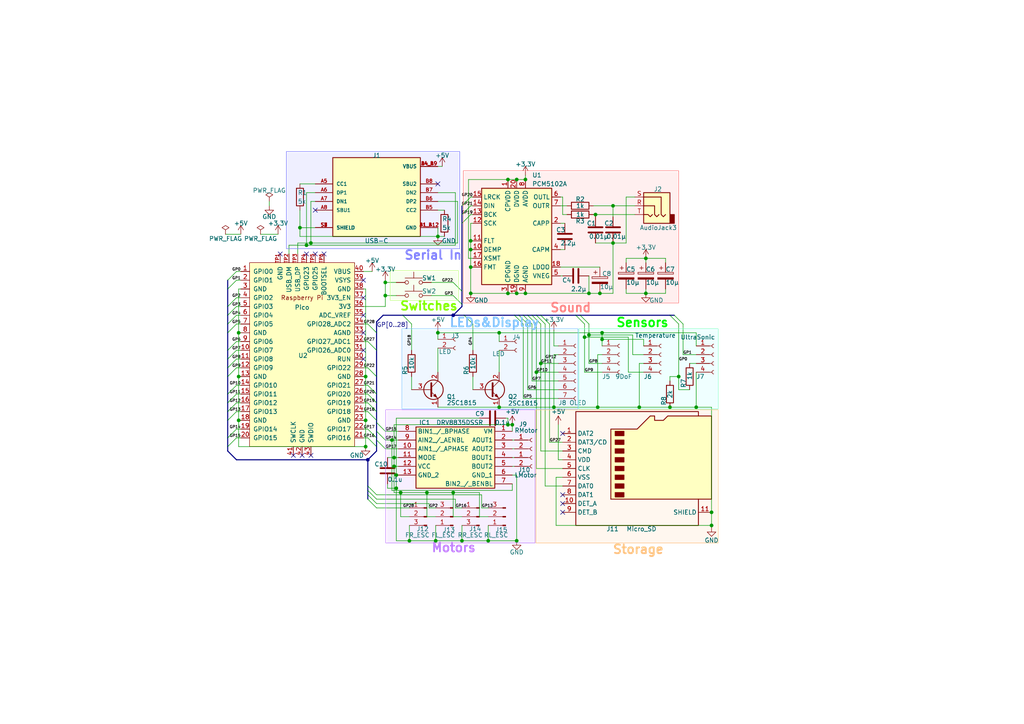
<source format=kicad_sch>
(kicad_sch (version 20230121) (generator eeschema)
  (paper "A4")
  (junction (at 114.935 141.605))
  (junction (at 136.525 85.09))
  (junction (at 173.355 118.11))
  (junction (at 106.045 121.92))
  (junction (at 152.4 85.09))
  (junction (at 86.995 66.04))
  (junction (at 114.935 137.795))
  (junction (at 187.325 74.93))
  (junction (at 69.215 96.52))
  (junction (at 147.32 123.19))
  (junction (at 123.825 142.875))
  (junction (at 127 96.52))
  (junction (at 111.76 81.915))
  (junction (at 116.205 142.875))
  (junction (at 187.325 85.09))
  (junction (at 206.375 152.4))
  (junction (at 118.745 156.845))
  (junction (at 69.215 121.92))
  (junction (at 127 68.58))
  (junction (at 149.86 85.09))
  (junction (at 206.375 148.59))
  (junction (at 69.215 109.22))
  (junction (at 149.86 52.07))
  (junction (at 111.76 85.725))
  (junction (at 126.365 156.845))
  (junction (at 90.17 70.485))
  (junction (at 152.4 52.07))
  (junction (at 141.605 156.845))
  (junction (at 131.445 91.44))
  (junction (at 173.99 85.09))
  (junction (at 114.3 135.255))
  (junction (at 136.525 72.39))
  (junction (at 106.045 129.54))
  (junction (at 144.78 96.52))
  (junction (at 174.625 98.425))
  (junction (at 149.86 156.845))
  (junction (at 106.045 109.22))
  (junction (at 155.575 107.95))
  (junction (at 147.32 85.09))
  (junction (at 177.8 70.485))
  (junction (at 201.93 118.11))
  (junction (at 136.525 77.47))
  (junction (at 136.525 69.85))
  (junction (at 196.85 109.22))
  (junction (at 177.8 59.69))
  (junction (at 131.445 142.875))
  (junction (at 148.59 123.19))
  (junction (at 133.985 156.845))
  (junction (at 172.72 62.23))
  (junction (at 113.665 127.635))
  (junction (at 194.31 118.11))
  (junction (at 169.545 97.79))
  (junction (at 144.78 118.11))
  (junction (at 147.32 52.07))
  (junction (at 170.815 97.155))
  (junction (at 170.815 85.09))
  (junction (at 106.68 133.35))
  (junction (at 160.655 118.11))
  (junction (at 156.845 105.41))
  (junction (at 114.3 132.715))
  (junction (at 88.9 71.12))
  (junction (at 185.42 118.11))
  (junction (at 174.625 96.52))
  (no_connect (at 88.9 73.66))
  (no_connect (at 163.195 125.73))
  (no_connect (at 105.41 96.52))
  (no_connect (at 93.98 73.66))
  (no_connect (at 105.41 81.28))
  (no_connect (at 81.28 73.66))
  (no_connect (at 105.41 101.6))
  (no_connect (at 163.195 143.51))
  (no_connect (at 87.63 132.08))
  (no_connect (at 91.44 60.96))
  (no_connect (at 90.17 132.08))
  (no_connect (at 91.44 73.66))
  (no_connect (at 163.195 146.05))
  (no_connect (at 85.09 132.08))
  (no_connect (at 163.195 148.59))
  (no_connect (at 127 53.34))
  (no_connect (at 105.41 104.14))
  (no_connect (at 105.41 91.44))
  (no_connect (at 105.41 86.36))
  (bus_entry (at 66.04 91.44) (size 2.54 -2.54))
  (bus_entry (at 133.985 64.77) (size 2.54 -2.54))
  (bus_entry (at 66.04 93.98) (size 2.54 -2.54))
  (bus_entry (at 109.22 127) (size -2.54 -2.54))
  (bus_entry (at 66.04 88.9) (size 2.54 -2.54))
  (bus_entry (at 159.385 93.98) (size -2.54 -2.54))
  (bus_entry (at 66.04 114.3) (size 2.54 -2.54))
  (bus_entry (at 109.22 116.84) (size -2.54 -2.54))
  (bus_entry (at 111.76 127.635) (size -2.54 -2.54))
  (bus_entry (at 153.035 93.98) (size -2.54 -2.54))
  (bus_entry (at 111.76 130.175) (size -2.54 -2.54))
  (bus_entry (at 151.765 93.98) (size -2.54 -2.54))
  (bus_entry (at 66.04 127) (size 2.54 -2.54))
  (bus_entry (at 158.115 93.98) (size -2.54 -2.54))
  (bus_entry (at 170.815 93.98) (size -2.54 -2.54))
  (bus_entry (at 133.985 59.69) (size 2.54 -2.54))
  (bus_entry (at 133.985 88.265) (size -2.54 -2.54))
  (bus_entry (at 109.22 96.52) (size -2.54 -2.54))
  (bus_entry (at 109.22 101.6) (size -2.54 -2.54))
  (bus_entry (at 109.22 147.32) (size -2.54 -2.54))
  (bus_entry (at 133.985 62.23) (size 2.54 -2.54))
  (bus_entry (at 109.22 109.22) (size -2.54 -2.54))
  (bus_entry (at 66.04 106.68) (size 2.54 -2.54))
  (bus_entry (at 66.04 116.84) (size 2.54 -2.54))
  (bus_entry (at 66.04 121.92) (size 2.54 -2.54))
  (bus_entry (at 66.04 83.82) (size 2.54 -2.54))
  (bus_entry (at 109.22 121.92) (size -2.54 -2.54))
  (bus_entry (at 109.22 119.38) (size -2.54 -2.54))
  (bus_entry (at 109.22 143.51) (size -2.54 -2.54))
  (bus_entry (at 198.12 93.98) (size -2.54 -2.54))
  (bus_entry (at 66.04 104.14) (size 2.54 -2.54))
  (bus_entry (at 196.85 93.98) (size -2.54 -2.54))
  (bus_entry (at 134.62 91.44) (size 2.54 2.54))
  (bus_entry (at 116.84 91.44) (size 2.54 2.54))
  (bus_entry (at 154.305 93.98) (size -2.54 -2.54))
  (bus_entry (at 66.04 129.54) (size 2.54 -2.54))
  (bus_entry (at 111.76 125.095) (size -2.54 -2.54))
  (bus_entry (at 66.04 119.38) (size 2.54 -2.54))
  (bus_entry (at 133.985 84.455) (size -2.54 -2.54))
  (bus_entry (at 156.845 93.98) (size -2.54 -2.54))
  (bus_entry (at 109.22 146.05) (size -2.54 -2.54))
  (bus_entry (at 66.04 101.6) (size 2.54 -2.54))
  (bus_entry (at 66.04 96.52) (size 2.54 -2.54))
  (bus_entry (at 66.04 81.28) (size 2.54 -2.54))
  (bus_entry (at 109.22 129.54) (size -2.54 -2.54))
  (bus_entry (at 155.575 93.98) (size -2.54 -2.54))
  (bus_entry (at 109.22 144.78) (size -2.54 -2.54))
  (bus_entry (at 169.545 93.98) (size -2.54 -2.54))
  (bus_entry (at 109.22 114.3) (size -2.54 -2.54))
  (bus_entry (at 66.04 109.22) (size 2.54 -2.54))
  (wire (pts (xy 69.215 83.82) (xy 69.215 96.52)))
  (bus (pts (xy 131.445 91.44) (xy 134.62 91.44)))
  (wire (pts (xy 68.58 104.14) (xy 69.85 104.14)))
  (wire (pts (xy 152.4 85.09) (xy 170.815 85.09)))
  (wire (pts (xy 118.745 152.4) (xy 118.745 156.845)))
  (wire (pts (xy 201.93 107.95) (xy 201.93 118.11)))
  (wire (pts (xy 170.815 85.09) (xy 173.99 85.09)))
  (wire (pts (xy 146.685 121.285) (xy 147.32 121.285)))
  (wire (pts (xy 69.215 129.54) (xy 106.045 129.54)))
  (wire (pts (xy 105.41 109.22) (xy 106.045 109.22)))
  (bus (pts (xy 167.005 91.44) (xy 168.275 91.44)))
  (bus (pts (xy 66.04 116.84) (xy 66.04 119.38)))
  (wire (pts (xy 183.515 97.155) (xy 170.815 97.155)))
  (wire (pts (xy 91.44 58.42) (xy 90.17 58.42)))
  (wire (pts (xy 136.525 72.39) (xy 137.16 72.39)))
  (wire (pts (xy 105.41 106.68) (xy 106.68 106.68)))
  (wire (pts (xy 139.065 149.86) (xy 141.605 149.86)))
  (wire (pts (xy 86.36 70.485) (xy 90.17 70.485)))
  (wire (pts (xy 131.445 142.875) (xy 139.065 142.875)))
  (bus (pts (xy 133.985 88.265) (xy 133.985 88.9)))
  (bus (pts (xy 66.04 109.22) (xy 66.04 114.3)))
  (wire (pts (xy 186.69 100.33) (xy 186.69 98.425)))
  (wire (pts (xy 136.525 69.85) (xy 137.16 69.85)))
  (wire (pts (xy 109.22 144.78) (xy 132.08 144.78)))
  (wire (pts (xy 112.395 141.605) (xy 114.935 141.605)))
  (wire (pts (xy 106.045 83.82) (xy 106.045 109.22)))
  (wire (pts (xy 139.7 143.51) (xy 139.7 147.32)))
  (wire (pts (xy 148.59 130.175) (xy 149.225 130.175)))
  (wire (pts (xy 68.58 116.84) (xy 69.85 116.84)))
  (wire (pts (xy 83.82 71.12) (xy 83.82 73.66)))
  (wire (pts (xy 127 100.965) (xy 127 107.95)))
  (wire (pts (xy 148.59 132.715) (xy 149.225 132.715)))
  (wire (pts (xy 114.935 121.285) (xy 139.065 121.285)))
  (wire (pts (xy 105.41 124.46) (xy 106.68 124.46)))
  (wire (pts (xy 151.765 93.98) (xy 151.765 115.57)))
  (wire (pts (xy 127 68.58) (xy 86.995 68.58)))
  (bus (pts (xy 66.04 114.3) (xy 66.04 116.84)))
  (bus (pts (xy 66.04 106.68) (xy 66.04 109.22)))
  (wire (pts (xy 111.76 125.095) (xy 115.57 125.095)))
  (wire (pts (xy 182.245 107.95) (xy 182.245 97.79)))
  (bus (pts (xy 106.68 140.97) (xy 106.68 142.24)))
  (wire (pts (xy 69.215 109.22) (xy 69.215 121.92)))
  (bus (pts (xy 111.125 91.44) (xy 116.84 91.44)))
  (wire (pts (xy 148.59 135.255) (xy 149.225 135.255)))
  (wire (pts (xy 173.99 85.09) (xy 177.8 85.09)))
  (wire (pts (xy 194.31 109.22) (xy 196.85 109.22)))
  (wire (pts (xy 136.525 62.23) (xy 137.16 62.23)))
  (wire (pts (xy 127 118.11) (xy 144.78 118.11)))
  (bus (pts (xy 109.22 93.345) (xy 109.22 96.52)))
  (bus (pts (xy 66.04 129.54) (xy 66.04 130.81)))
  (wire (pts (xy 111.76 127.635) (xy 113.665 127.635)))
  (wire (pts (xy 136.525 64.77) (xy 137.16 64.77)))
  (wire (pts (xy 187.325 85.09) (xy 193.04 85.09)))
  (wire (pts (xy 118.745 156.845) (xy 126.365 156.845)))
  (wire (pts (xy 119.38 93.98) (xy 119.38 101.6)))
  (bus (pts (xy 109.22 130.81) (xy 109.22 129.54)))
  (wire (pts (xy 68.58 114.3) (xy 69.85 114.3)))
  (wire (pts (xy 75.565 67.945) (xy 80.645 67.945)))
  (wire (pts (xy 88.9 71.12) (xy 83.82 71.12)))
  (wire (pts (xy 105.41 121.92) (xy 106.045 121.92)))
  (wire (pts (xy 116.205 149.86) (xy 118.745 149.86)))
  (wire (pts (xy 132.715 70.485) (xy 132.715 58.42)))
  (wire (pts (xy 105.41 119.38) (xy 106.68 119.38)))
  (wire (pts (xy 114.3 135.255) (xy 115.57 135.255)))
  (wire (pts (xy 206.375 118.11) (xy 206.375 148.59)))
  (wire (pts (xy 185.42 118.11) (xy 194.31 118.11)))
  (bus (pts (xy 68.58 133.35) (xy 106.68 133.35)))
  (bus (pts (xy 109.22 119.38) (xy 109.22 121.92)))
  (wire (pts (xy 127 96.52) (xy 144.78 96.52)))
  (bus (pts (xy 66.04 83.82) (xy 66.04 88.9)))
  (wire (pts (xy 172.085 59.69) (xy 177.8 59.69)))
  (wire (pts (xy 111.76 85.725) (xy 114.935 85.725)))
  (wire (pts (xy 91.44 55.88) (xy 88.9 55.88)))
  (bus (pts (xy 133.985 59.69) (xy 133.985 62.23)))
  (wire (pts (xy 136.525 57.15) (xy 137.16 57.15)))
  (bus (pts (xy 66.04 93.98) (xy 66.04 96.52)))
  (wire (pts (xy 136.525 59.69) (xy 137.16 59.69)))
  (wire (pts (xy 136.525 64.77) (xy 136.525 69.85)))
  (bus (pts (xy 106.68 133.35) (xy 109.22 130.81)))
  (wire (pts (xy 169.545 93.98) (xy 169.545 97.79)))
  (wire (pts (xy 114.3 123.19) (xy 147.32 123.19)))
  (wire (pts (xy 170.815 93.98) (xy 170.815 97.155)))
  (bus (pts (xy 153.035 91.44) (xy 154.305 91.44)))
  (wire (pts (xy 169.545 97.79) (xy 169.545 107.95)))
  (wire (pts (xy 136.525 77.47) (xy 137.16 77.47)))
  (wire (pts (xy 163.195 62.23) (xy 164.465 62.23)))
  (bus (pts (xy 66.04 96.52) (xy 66.04 101.6)))
  (wire (pts (xy 111.76 81.915) (xy 111.76 81.28)))
  (bus (pts (xy 109.22 93.345) (xy 111.125 91.44)))
  (wire (pts (xy 105.41 111.76) (xy 106.68 111.76)))
  (wire (pts (xy 68.58 127) (xy 69.85 127)))
  (wire (pts (xy 148.59 127.635) (xy 149.225 127.635)))
  (wire (pts (xy 155.575 93.98) (xy 155.575 107.95)))
  (wire (pts (xy 106.045 109.22) (xy 106.045 121.92)))
  (wire (pts (xy 111.76 88.9) (xy 111.76 85.725)))
  (wire (pts (xy 193.04 76.2) (xy 193.04 74.93)))
  (wire (pts (xy 144.78 99.06) (xy 144.78 96.52)))
  (wire (pts (xy 105.41 78.74) (xy 107.95 78.74)))
  (wire (pts (xy 161.925 115.57) (xy 151.765 115.57)))
  (wire (pts (xy 127 66.04) (xy 127 68.58)))
  (wire (pts (xy 127 55.88) (xy 132.08 55.88)))
  (bus (pts (xy 109.22 101.6) (xy 109.22 109.22)))
  (bus (pts (xy 133.985 88.9) (xy 131.445 91.44)))
  (wire (pts (xy 69.215 121.92) (xy 69.215 129.54)))
  (wire (pts (xy 133.985 156.845) (xy 141.605 156.845)))
  (wire (pts (xy 206.375 152.4) (xy 206.375 153.035)))
  (bus (pts (xy 66.04 119.38) (xy 66.04 121.92)))
  (wire (pts (xy 161.29 138.43) (xy 163.195 138.43)))
  (wire (pts (xy 162.56 57.15) (xy 163.195 57.15)))
  (wire (pts (xy 114.935 137.795) (xy 114.935 121.285)))
  (wire (pts (xy 181.61 57.15) (xy 181.61 70.485)))
  (bus (pts (xy 106.68 133.35) (xy 106.68 140.97)))
  (bus (pts (xy 109.22 121.92) (xy 109.22 122.555)))
  (wire (pts (xy 113.665 142.24) (xy 148.59 142.24)))
  (wire (pts (xy 109.22 143.51) (xy 139.7 143.51)))
  (wire (pts (xy 86.995 53.34) (xy 91.44 53.34)))
  (wire (pts (xy 201.93 118.11) (xy 194.31 118.11)))
  (wire (pts (xy 201.93 118.11) (xy 206.375 118.11)))
  (wire (pts (xy 68.58 93.98) (xy 69.85 93.98)))
  (wire (pts (xy 152.4 50.8) (xy 152.4 52.07)))
  (wire (pts (xy 181.61 74.93) (xy 187.325 74.93)))
  (bus (pts (xy 133.985 64.77) (xy 133.985 84.455)))
  (wire (pts (xy 161.29 138.43) (xy 161.29 152.4)))
  (wire (pts (xy 198.12 102.87) (xy 201.93 102.87)))
  (wire (pts (xy 173.355 102.87) (xy 174.625 102.87)))
  (wire (pts (xy 174.625 96.52) (xy 201.93 96.52)))
  (wire (pts (xy 187.325 83.82) (xy 187.325 85.09)))
  (wire (pts (xy 135.89 52.07) (xy 147.32 52.07)))
  (wire (pts (xy 126.365 149.86) (xy 123.825 149.86)))
  (wire (pts (xy 206.375 148.59) (xy 206.375 152.4)))
  (bus (pts (xy 109.22 119.38) (xy 109.22 116.84)))
  (wire (pts (xy 172.72 62.23) (xy 172.72 62.865)))
  (wire (pts (xy 177.8 59.69) (xy 177.8 62.865)))
  (wire (pts (xy 177.8 70.485) (xy 181.61 70.485)))
  (bus (pts (xy 194.31 91.44) (xy 195.58 91.44)))
  (bus (pts (xy 109.22 114.3) (xy 109.22 116.84)))
  (wire (pts (xy 114.935 137.795) (xy 114.935 141.605)))
  (wire (pts (xy 68.58 119.38) (xy 69.85 119.38)))
  (wire (pts (xy 132.08 71.12) (xy 88.9 71.12)))
  (wire (pts (xy 154.305 93.98) (xy 154.305 110.49)))
  (wire (pts (xy 170.815 80.01) (xy 170.815 85.09)))
  (wire (pts (xy 127 68.58) (xy 128.905 68.58)))
  (wire (pts (xy 90.17 70.485) (xy 132.715 70.485)))
  (wire (pts (xy 131.445 149.86) (xy 131.445 142.875)))
  (wire (pts (xy 186.69 105.41) (xy 185.42 105.41)))
  (bus (pts (xy 66.04 130.81) (xy 68.58 133.35)))
  (bus (pts (xy 154.305 91.44) (xy 155.575 91.44)))
  (bus (pts (xy 109.22 109.22) (xy 109.22 114.3)))
  (wire (pts (xy 196.85 93.98) (xy 196.85 109.22)))
  (bus (pts (xy 151.765 91.44) (xy 153.035 91.44)))
  (wire (pts (xy 114.935 141.605) (xy 114.935 156.845)))
  (bus (pts (xy 109.22 127.635) (xy 109.22 129.54)))
  (wire (pts (xy 181.61 57.15) (xy 184.15 57.15)))
  (wire (pts (xy 181.61 83.82) (xy 181.61 85.09)))
  (wire (pts (xy 116.205 142.875) (xy 116.205 149.86)))
  (wire (pts (xy 112.395 132.715) (xy 114.3 132.715)))
  (wire (pts (xy 147.32 121.285) (xy 147.32 123.19)))
  (wire (pts (xy 163.195 130.81) (xy 156.845 130.81)))
  (wire (pts (xy 148.59 123.19) (xy 148.59 125.095)))
  (wire (pts (xy 155.575 107.95) (xy 161.925 107.95)))
  (wire (pts (xy 163.195 133.35) (xy 161.925 133.35)))
  (bus (pts (xy 106.68 142.24) (xy 106.68 143.51)))
  (wire (pts (xy 187.325 74.93) (xy 193.04 74.93)))
  (wire (pts (xy 187.325 74.93) (xy 187.325 76.2)))
  (wire (pts (xy 181.61 85.09) (xy 187.325 85.09)))
  (wire (pts (xy 68.58 111.76) (xy 69.85 111.76)))
  (wire (pts (xy 106.045 121.92) (xy 106.045 129.54)))
  (wire (pts (xy 149.86 85.09) (xy 152.4 85.09)))
  (wire (pts (xy 149.86 52.07) (xy 152.4 52.07)))
  (bus (pts (xy 156.845 91.44) (xy 167.005 91.44)))
  (wire (pts (xy 162.56 64.77) (xy 163.83 64.77)))
  (wire (pts (xy 109.22 146.05) (xy 124.46 146.05)))
  (bus (pts (xy 155.575 91.44) (xy 156.845 91.44)))
  (wire (pts (xy 124.46 146.05) (xy 124.46 147.32)))
  (wire (pts (xy 136.525 72.39) (xy 136.525 77.47)))
  (wire (pts (xy 148.59 137.795) (xy 149.86 137.795)))
  (bus (pts (xy 149.225 91.44) (xy 150.495 91.44)))
  (wire (pts (xy 170.815 97.155) (xy 170.815 105.41)))
  (wire (pts (xy 114.935 81.915) (xy 111.76 81.915)))
  (bus (pts (xy 66.04 104.14) (xy 66.04 106.68)))
  (bus (pts (xy 66.04 81.28) (xy 66.04 83.82)))
  (wire (pts (xy 127 48.26) (xy 128.27 48.26)))
  (wire (pts (xy 124.46 147.32) (xy 126.365 147.32)))
  (wire (pts (xy 126.365 152.4) (xy 126.365 156.845)))
  (bus (pts (xy 109.22 127) (xy 109.22 127.635)))
  (wire (pts (xy 182.245 107.95) (xy 186.69 107.95)))
  (wire (pts (xy 86.995 60.96) (xy 86.995 66.04)))
  (wire (pts (xy 163.195 57.15) (xy 163.195 62.23)))
  (wire (pts (xy 141.605 156.845) (xy 149.86 156.845)))
  (wire (pts (xy 159.385 93.98) (xy 159.385 128.27)))
  (wire (pts (xy 172.72 70.485) (xy 177.8 70.485)))
  (wire (pts (xy 114.3 132.715) (xy 115.57 132.715)))
  (wire (pts (xy 69.215 109.22) (xy 69.85 109.22)))
  (wire (pts (xy 133.985 149.86) (xy 131.445 149.86)))
  (wire (pts (xy 162.56 72.39) (xy 163.83 72.39)))
  (wire (pts (xy 162.56 59.69) (xy 164.465 59.69)))
  (wire (pts (xy 147.32 52.07) (xy 149.86 52.07)))
  (wire (pts (xy 170.815 105.41) (xy 174.625 105.41)))
  (wire (pts (xy 68.58 124.46) (xy 69.85 124.46)))
  (wire (pts (xy 65.405 67.945) (xy 69.85 67.945)))
  (wire (pts (xy 113.665 127.635) (xy 115.57 127.635)))
  (wire (pts (xy 147.32 123.19) (xy 148.59 123.19)))
  (wire (pts (xy 125.095 85.725) (xy 131.445 85.725)))
  (wire (pts (xy 163.195 140.97) (xy 158.115 140.97)))
  (wire (pts (xy 113.665 127.635) (xy 113.665 142.24)))
  (wire (pts (xy 68.58 81.28) (xy 69.85 81.28)))
  (wire (pts (xy 136.525 77.47) (xy 136.525 85.09)))
  (wire (pts (xy 160.655 118.11) (xy 173.355 118.11)))
  (wire (pts (xy 162.56 77.47) (xy 173.99 77.47)))
  (wire (pts (xy 177.8 59.69) (xy 184.15 59.69)))
  (bus (pts (xy 66.04 127) (xy 66.04 129.54)))
  (wire (pts (xy 118.745 147.32) (xy 109.22 147.32)))
  (wire (pts (xy 201.93 96.52) (xy 201.93 100.33)))
  (wire (pts (xy 194.31 110.49) (xy 194.31 109.22)))
  (wire (pts (xy 123.825 149.86) (xy 123.825 142.875)))
  (wire (pts (xy 69.215 96.52) (xy 69.215 109.22)))
  (bus (pts (xy 150.495 91.44) (xy 151.765 91.44)))
  (wire (pts (xy 137.16 74.93) (xy 135.89 74.93)))
  (wire (pts (xy 119.38 109.22) (xy 119.38 113.03)))
  (wire (pts (xy 68.58 78.74) (xy 69.85 78.74)))
  (wire (pts (xy 88.9 55.88) (xy 88.9 71.12)))
  (wire (pts (xy 183.515 102.87) (xy 183.515 97.155)))
  (wire (pts (xy 111.76 85.725) (xy 111.76 81.915)))
  (wire (pts (xy 181.61 76.2) (xy 181.61 74.93)))
  (wire (pts (xy 105.41 114.3) (xy 106.68 114.3)))
  (wire (pts (xy 132.08 55.88) (xy 132.08 71.12)))
  (wire (pts (xy 86.995 68.58) (xy 86.995 66.04)))
  (wire (pts (xy 135.89 74.93) (xy 135.89 52.07)))
  (wire (pts (xy 137.16 109.22) (xy 137.16 113.03)))
  (wire (pts (xy 161.925 100.33) (xy 160.655 100.33)))
  (wire (pts (xy 185.42 105.41) (xy 185.42 118.11)))
  (wire (pts (xy 139.7 147.32) (xy 141.605 147.32)))
  (wire (pts (xy 174.625 100.33) (xy 174.625 98.425)))
  (wire (pts (xy 169.545 107.95) (xy 174.625 107.95)))
  (bus (pts (xy 109.22 122.555) (xy 109.22 125.095)))
  (wire (pts (xy 172.085 62.23) (xy 172.72 62.23)))
  (wire (pts (xy 149.86 137.795) (xy 149.86 156.845)))
  (wire (pts (xy 69.215 96.52) (xy 69.85 96.52)))
  (wire (pts (xy 127 95.885) (xy 127 96.52)))
  (wire (pts (xy 161.925 102.87) (xy 160.655 102.87)))
  (wire (pts (xy 112.395 140.335) (xy 112.395 141.605)))
  (wire (pts (xy 105.41 83.82) (xy 106.045 83.82)))
  (wire (pts (xy 133.985 152.4) (xy 133.985 156.845)))
  (bus (pts (xy 106.68 143.51) (xy 106.68 144.78)))
  (wire (pts (xy 86.995 66.04) (xy 91.44 66.04)))
  (wire (pts (xy 68.58 101.6) (xy 69.85 101.6)))
  (wire (pts (xy 159.385 128.27) (xy 163.195 128.27)))
  (wire (pts (xy 144.78 101.6) (xy 144.78 107.95)))
  (bus (pts (xy 134.62 91.44) (xy 149.225 91.44)))
  (wire (pts (xy 114.3 123.19) (xy 114.3 132.715)))
  (wire (pts (xy 114.3 132.715) (xy 114.3 135.255)))
  (bus (pts (xy 109.22 96.52) (xy 109.22 101.6)))
  (wire (pts (xy 158.115 93.98) (xy 158.115 140.97)))
  (wire (pts (xy 186.69 98.425) (xy 174.625 98.425)))
  (wire (pts (xy 111.76 130.175) (xy 115.57 130.175)))
  (wire (pts (xy 156.845 105.41) (xy 161.925 105.41)))
  (wire (pts (xy 127 96.52) (xy 127 98.425)))
  (wire (pts (xy 200.025 105.41) (xy 201.93 105.41)))
  (wire (pts (xy 156.845 105.41) (xy 156.845 130.81)))
  (wire (pts (xy 132.08 144.78) (xy 132.08 147.32)))
  (wire (pts (xy 68.58 91.44) (xy 69.85 91.44)))
  (wire (pts (xy 68.58 99.06) (xy 69.85 99.06)))
  (wire (pts (xy 127 60.96) (xy 128.905 60.96)))
  (wire (pts (xy 155.575 107.95) (xy 155.575 135.89)))
  (wire (pts (xy 105.41 88.9) (xy 111.76 88.9)))
  (wire (pts (xy 126.365 156.845) (xy 133.985 156.845)))
  (wire (pts (xy 105.41 93.98) (xy 106.68 93.98)))
  (bus (pts (xy 133.985 84.455) (xy 133.985 88.265)))
  (wire (pts (xy 90.17 58.42) (xy 90.17 70.485)))
  (wire (pts (xy 86.36 73.66) (xy 86.36 70.485)))
  (wire (pts (xy 115.57 137.795) (xy 114.935 137.795)))
  (wire (pts (xy 105.41 99.06) (xy 106.68 99.06)))
  (bus (pts (xy 66.04 101.6) (xy 66.04 104.14)))
  (bus (pts (xy 109.22 125.095) (xy 109.22 127)))
  (bus (pts (xy 168.275 91.44) (xy 194.31 91.44)))
  (wire (pts (xy 161.29 152.4) (xy 206.375 152.4)))
  (wire (pts (xy 200.025 113.03) (xy 196.85 113.03)))
  (wire (pts (xy 105.41 127) (xy 106.68 127)))
  (wire (pts (xy 144.78 118.11) (xy 160.655 118.11)))
  (wire (pts (xy 169.545 97.79) (xy 182.245 97.79)))
  (wire (pts (xy 153.035 113.03) (xy 161.925 113.03)))
  (wire (pts (xy 105.41 116.84) (xy 106.68 116.84)))
  (wire (pts (xy 114.935 156.845) (xy 118.745 156.845)))
  (wire (pts (xy 136.525 69.85) (xy 136.525 72.39)))
  (wire (pts (xy 116.205 142.875) (xy 123.825 142.875)))
  (wire (pts (xy 148.59 140.335) (xy 148.59 142.24)))
  (bus (pts (xy 133.985 62.23) (xy 133.985 64.77)))
  (wire (pts (xy 160.655 95.885) (xy 160.655 100.33)))
  (wire (pts (xy 196.85 109.22) (xy 196.85 113.03)))
  (wire (pts (xy 147.32 85.09) (xy 149.86 85.09)))
  (wire (pts (xy 68.58 106.68) (xy 69.85 106.68)))
  (wire (pts (xy 139.065 142.875) (xy 139.065 149.86)))
  (wire (pts (xy 163.195 135.89) (xy 155.575 135.89)))
  (wire (pts (xy 125.095 81.915) (xy 131.445 81.915)))
  (wire (pts (xy 153.035 93.98) (xy 153.035 113.03)))
  (wire (pts (xy 174.625 96.52) (xy 174.625 98.425)))
  (wire (pts (xy 114.3 142.875) (xy 116.205 142.875)))
  (wire (pts (xy 132.08 147.32) (xy 133.985 147.32)))
  (wire (pts (xy 186.69 102.87) (xy 183.515 102.87)))
  (wire (pts (xy 156.845 93.98) (xy 156.845 105.41)))
  (wire (pts (xy 69.215 121.92) (xy 69.85 121.92)))
  (wire (pts (xy 141.605 152.4) (xy 141.605 156.845)))
  (wire (pts (xy 193.04 83.82) (xy 193.04 85.09)))
  (wire (pts (xy 161.925 123.19) (xy 161.925 133.35)))
  (bus (pts (xy 66.04 91.44) (xy 66.04 93.98)))
  (wire (pts (xy 198.12 93.98) (xy 198.12 102.87)))
  (wire (pts (xy 177.8 70.485) (xy 177.8 85.09)))
  (bus (pts (xy 66.04 88.9) (xy 66.04 91.44)))
  (wire (pts (xy 114.3 135.255) (xy 114.3 142.875)))
  (wire (pts (xy 78.105 58.42) (xy 78.105 59.69)))
  (bus (pts (xy 66.04 121.92) (xy 66.04 127)))
  (wire (pts (xy 68.58 86.36) (xy 69.85 86.36)))
  (wire (pts (xy 144.78 96.52) (xy 174.625 96.52)))
  (wire (pts (xy 172.72 62.23) (xy 184.15 62.23)))
  (wire (pts (xy 123.825 142.875) (xy 131.445 142.875)))
  (wire (pts (xy 173.355 102.87) (xy 173.355 118.11)))
  (wire (pts (xy 69.85 83.82) (xy 69.215 83.82)))
  (wire (pts (xy 154.305 110.49) (xy 161.925 110.49)))
  (bus (pts (xy 116.84 91.44) (xy 131.445 91.44)))
  (wire (pts (xy 137.16 93.98) (xy 137.16 101.6)))
  (wire (pts (xy 162.56 80.01) (xy 163.195 80.01)))
  (wire (pts (xy 132.715 58.42) (xy 127 58.42)))
  (wire (pts (xy 173.355 118.11) (xy 185.42 118.11)))
  (wire (pts (xy 160.655 102.87) (xy 160.655 118.11)))
  (wire (pts (xy 136.525 85.09) (xy 147.32 85.09)))
  (wire (pts (xy 68.58 88.9) (xy 69.85 88.9)))
  (rectangle (start 113.157 78.486) (end 132.969 87.122) (stroke (width 0) (color 191 255 127 1)) (fill (type color) (color 247 255 239 1)))
  (rectangle (start 167.894 95.377) (end 208.28 118.618) (stroke (width 0) (color 127 255 191 1)) (fill (type color) (color 239 255 255 1)))
  (rectangle (start 111.887 118.872) (end 155.194 157.48) (stroke (width 0) (color 191 127 255 1)) (fill (type color) (color 247 239 255 1)))
  (rectangle (start 134.366 49.53) (end 196.85 87.884) (stroke (width 0) (color 255 127 127 1)) (fill (type color) (color 255 239 239 1)))
  (rectangle (start 116.586 95.377) (end 167.64 118.618) (stroke (width 0) (color 127 191 255 1)) (fill (type color) (color 239 247 255 1)))
  (rectangle (start 155.448 118.872) (end 208.28 157.48) (stroke (width 0) (color 255 191 127 1)) (fill (type color) (color 255 247 239 1)))
  (rectangle (start 83.058 43.942) (end 133.35 72.136) (stroke (width 0) (color 127 127 255 1)) (fill (type color) (color 239 239 255 1)))
  (text "Sensors\n" (at 178.562 95.25 0) (effects (font (size 2.54 2.54) (thickness 0.508) bold) (justify left bottom)))
  (text "LEDs&Display" (at 130.175 95.25 0) (effects (font (size 2.54 2.54) (thickness 0.508) bold) (justify left bottom)))
  (text "Serial In" (at 117.094 75.692 0) (effects (font (size 2.54 2.54) (thickness 0.508) bold) (justify left bottom)))
  (text "Switches" (at 115.824 90.424 0) (effects (font (size 2.54 2.54) (thickness 0.508) bold) (justify left bottom)))
  (text "Motors" (at 124.968 160.528 0) (effects (font (size 2.54 2.54) (thickness 0.508) bold) (justify left bottom)))
  (text "Sound" (at 159.385 90.932 0) (effects (font (size 2.54 2.54) (thickness 0.508) bold) (justify left bottom)))
  (text "Storage" (at 177.546 161.036 0) (effects (font (size 2.54 2.54) (thickness 0.508) bold) (justify left bottom)))
  (label "GP8" (at 170.815 105.41 0) (effects (font (size 0.8 0.8))))
  (label "GP1" (at 69.85 81.28 180) (effects (font (size 0.8 0.8))))
  (label "GP15" (at 111.76 125.095 0) (effects (font (size 0.8 0.8))))
  (label "GP1" (at 198.12 102.87 0) (effects (font (size 0.8 0.8))))
  (label "GP20" (at 137.16 57.15 180) (effects (font (size 0.8 0.8))))
  (label "GP27" (at 105.41 99.06 0) (effects (font (size 0.8 0.8))))
  (label "GP14" (at 111.76 127.635 0) (effects (font (size 0.8 0.8))))
  (label "GP18" (at 119.38 100.33 90) (effects (font (size 0.8 0.8))))
  (label "GP10" (at 69.85 111.76 180) (effects (font (size 0.8 0.8))))
  (label "GP12" (at 158.115 104.14 0) (effects (font (size 0.8 0.8))))
  (label "GP20" (at 105.41 114.3 0) (effects (font (size 0.8 0.8))))
  (label "GP0" (at 196.85 104.775 0) (effects (font (size 0.8 0.8))))
  (label "GP22" (at 131.445 81.915 180) (effects (font (size 0.8 0.8))))
  (label "GP27" (at 159.385 128.27 0) (effects (font (size 0.8 0.8))))
  (label "GP5" (at 151.765 115.57 0) (effects (font (size 0.8 0.8))))
  (label "GP2" (at 124.46 147.32 0) (effects (font (size 0.8 0.8))))
  (label "GP0" (at 69.85 78.74 180) (effects (font (size 0.8 0.8))))
  (label "GP7" (at 154.305 110.49 0) (effects (font (size 0.8 0.8))))
  (label "GP7" (at 69.85 101.6 180) (effects (font (size 0.8 0.8))))
  (label "GP16" (at 105.41 127 0) (effects (font (size 0.8 0.8))))
  (label "GP4" (at 137.16 100.203 90) (effects (font (size 0.8 0.8))))
  (label "GP10" (at 155.575 107.95 0) (effects (font (size 0.8 0.8))))
  (label "GP8" (at 69.85 104.14 180) (effects (font (size 0.8 0.8))))
  (label "GP13" (at 69.85 119.38 180) (effects (font (size 0.8 0.8))))
  (label "GP3" (at 131.445 85.725 180) (effects (font (size 0.8 0.8))))
  (label "GP9" (at 169.545 107.95 0) (effects (font (size 0.8 0.8))))
  (label "GP[0..28]" (at 109.22 95.25 0))
  (label "GP12" (at 69.85 116.84 180) (effects (font (size 0.8 0.8))))
  (label "GP14" (at 69.85 124.46 180) (effects (font (size 0.8 0.8))))
  (label "GP21" (at 137.16 59.69 180) (effects (font (size 0.8 0.8))))
  (label "GP19" (at 137.16 62.23 180) (effects (font (size 0.8 0.8))))
  (label "GP4" (at 69.85 91.44 180) (effects (font (size 0.8 0.8))))
  (label "GP22" (at 105.41 106.68 0) (effects (font (size 0.8 0.8))))
  (label "GP28" (at 105.41 93.98 0) (effects (font (size 0.8 0.8))))
  (label "GP21" (at 105.41 111.76 0) (effects (font (size 0.8 0.8))))
  (label "GP5" (at 69.85 93.98 180) (effects (font (size 0.8 0.8))))
  (label "GP17" (at 111.76 130.175 0) (effects (font (size 0.8 0.8))))
  (label "GP9" (at 69.85 106.68 180) (effects (font (size 0.8 0.8))))
  (label "GP15" (at 69.85 127 180) (effects (font (size 0.8 0.8))))
  (label "GP19" (at 105.41 116.84 0) (effects (font (size 0.8 0.8))))
  (label "GP11" (at 156.845 105.41 0) (effects (font (size 0.8 0.8))))
  (label "GP2" (at 69.85 86.36 180) (effects (font (size 0.8 0.8))))
  (label "GP16" (at 132.08 147.32 0) (effects (font (size 0.8 0.8))))
  (label "GP17" (at 105.41 124.46 0) (effects (font (size 0.8 0.8))))
  (label "GP11" (at 69.85 114.3 180) (effects (font (size 0.8 0.8))))
  (label "GP13" (at 139.7 147.32 0) (effects (font (size 0.8 0.8))))
  (label "GP18" (at 105.41 119.38 0) (effects (font (size 0.8 0.8))))
  (label "GP28" (at 116.84 147.32 0) (effects (font (size 0.8 0.8))))
  (label "GP3" (at 69.85 88.9 180) (effects (font (size 0.8 0.8))))
  (label "GP6" (at 153.035 113.03 0) (effects (font (size 0.8 0.8))))
  (label "GP6" (at 69.85 99.06 180) (effects (font (size 0.8 0.8))))
  (symbol (lib_id "Device:C_Polarized") (at 173.99 81.28 0) (unit 1)
    (property "Reference" "C8" (at 174.625 79.375 0) (effects (justify left)))
    (property "Value" "10µ" (at 173.99 83.185 0) (effects (justify left)))
    (property "Footprint" "Capacitor_SMD:CP_Elec_4x5.4" (effects hide))
  )
  (symbol (lib_id "power:+3.3V") (at 152.4 50.8 0) (unit 1)
    (property "Reference" "#PWR02" (effects hide))
    (property "Value" "+3.3V" (at 152.4 47.625 0))
  )
  (symbol (lib_id "Connector:Conn_01x03_Pin") (at 139.065 149.86 0) (mirror y) (unit 1)
    (property "Reference" "J14" (at 136.017 153.416 0) (effects (justify right)))
    (property "Value" "RR_ESC" (at 132.715 155.194 0) (effects (justify right)))
    (property "Footprint" "Connector_PinHeader_2.54mm:PinHeader_1x03_P2.54mm_Horizontal" (effects hide))
  )
  (symbol (lib_id "Connector:Conn_01x02_Socket") (at 154.305 127.635 0) (unit 1)
    (property "Reference" "J9" (at 150.495 123.063 0) (effects (justify left)))
    (property "Value" "RMotor" (at 149.225 124.841 0) (effects (justify left)))
    (property "Footprint" "Connector_PinSocket_2.54mm:PinSocket_1x02_P2.54mm_Vertical" (effects hide))
  )
  (symbol (lib_id "power:+5V") (at 148.59 123.19 0) (unit 1)
    (property "Reference" "#PWR014" (effects hide))
    (property "Value" "+5V" (at 148.59 119.38 0))
  )
  (symbol (lib_id "power:+3.3V") (at 160.655 95.885 0) (unit 1)
    (property "Reference" "#PWR013" (effects hide))
    (property "Value" "+3.3V" (at 160.655 92.71 0))
  )
  (symbol (lib_id "Device:C_Polarized") (at 181.61 80.01 0) (unit 1)
    (property "Reference" "C5" (at 181.61 78.105 0) (effects (justify left)))
    (property "Value" "10µ" (at 181.61 81.915 0) (effects (justify left)))
    (property "Footprint" "Capacitor_SMD:CP_Elec_4x5.4" (effects hide))
  )
  (symbol (lib_id "Device:R") (at 128.905 64.77 180) (unit 1)
    (property "Reference" "R4" (at 128.27 63.5 0) (effects (justify right)))
    (property "Value" "5k" (at 128.27 66.04 0) (effects (justify right)))
    (property "Footprint" "Resistor_SMD:R_0603_1608Metric" (effects hide))
  )
  (symbol (lib_id "Connector:Conn_01x02_Socket") (at 154.305 132.715 0) (unit 1)
    (property "Reference" "J10" (at 150.241 136.271 0) (effects (justify left)))
    (property "Value" "LMotor" (at 149.225 137.795 0) (effects (justify left)))
    (property "Footprint" "Connector_PinSocket_2.54mm:PinSocket_1x02_P2.54mm_Vertical" (effects hide))
  )
  (symbol (lib_id "power:+5V") (at 128.27 48.26 0) (unit 1)
    (property "Reference" "#PWR01" (effects hide))
    (property "Value" "+5V" (at 128.27 45.085 0))
  )
  (symbol (lib_id "power:GND") (at 136.525 85.09 0) (unit 1)
    (property "Reference" "#PWR010" (effects hide))
    (property "Value" "GND" (at 139.573 87.122 0))
  )
  (symbol (lib_id "Transistor_BJT:2SC1815") (at 124.46 113.03 0) (unit 1)
    (property "Reference" "Q1" (at 129.54 115.062 0) (effects (justify left)))
    (property "Value" "2SC1815" (at 129.54 116.84 0) (effects (justify left)))
    (property "Footprint" "Package_TO_SOT_SMD:SC-59" (effects hide))
    (property "Datasheet" "https://media.digikey.com/pdf/Data%20Sheets/Toshiba%20PDFs/2SC1815.pdf" (effects hide))
  )
  (symbol (lib_id "power:+3.3V") (at 187.325 74.93 0) (unit 1)
    (property "Reference" "#PWR07" (effects hide))
    (property "Value" "+3.3V" (at 187.325 71.755 0))
  )
  (symbol (lib_id "Device:R") (at 200.025 109.22 0) (unit 1)
    (property "Reference" "R7" (at 198.247 112.522 90) (effects (justify left)))
    (property "Value" "1k" (at 200.025 110.236 90) (effects (justify left)))
    (property "Footprint" "Resistor_SMD:R_0603_1608Metric" (effects hide))
  )
  (symbol (lib_id "Connector:Conn_01x04_Socket") (at 191.77 102.87 0) (unit 1)
    (property "Reference" "J6" (at 186.69 109.22 0) (effects (justify left)))
    (property "Value" "Temperature" (at 184.15 97.282 0) (effects (justify left)))
    (property "Footprint" "Connector_PinSocket_2.54mm:PinSocket_1x04_P2.54mm_Vertical" (effects hide))
  )
  (symbol (lib_id "Audio:PCM5102A") (at 149.86 67.31 0) (unit 1)
    (property "Reference" "U1" (at 154.3559 50.8 0) (effects (justify left)))
    (property "Value" "PCM5102A" (at 154.3559 53.34 0) (effects (justify left)))
    (property "Footprint" "Package_SO:TSSOP-20_4.4x6.5mm_P0.65mm" (effects hide))
    (property "Datasheet" "https://www.ti.com/lit/ds/symlink/pcm5102a.pdf" (effects hide))
  )
  (symbol (lib_id "DRV8835DSSR:DRV8835DSSR") (at 148.59 125.095 0) (mirror y) (unit 1)
    (property "Reference" "IC1" (at 123.19 122.555 0))
    (property "Value" "DRV8835DSSR" (at 133.35 122.555 0))
    (property "Footprint" "DRV8835:DRV8835DSSR" (effects hide))
    (property "Datasheet" "http://www.ti.com/general/docs/suppproductinfo.tsp?distId=26&gotoUrl=http%3A%2F%2Fwww.ti.com%2Flit%2Fgpn%2Fdrv8835" (effects hide))
    (property "Height" "0.8" (effects hide))
    (property "Mouser Part Number" "595-DRV8835DSSR" (effects hide))
    (property "Mouser Price/Stock" "https://www.mouser.co.uk/ProductDetail/Texas-Instruments/DRV8835DSSR?qs=UFc95S4Z4CYjBOyEmbTDlA%3D%3D" (effects hide))
    (property "Manufacturer_Name" "Texas Instruments" (effects hide))
    (property "Manufacturer_Part_Number" "DRV8835DSSR" (effects hide))
  )
  (symbol (lib_id "Device:C") (at 163.83 68.58 0) (unit 1)
    (property "Reference" "C3" (at 161.29 66.675 0) (effects (justify left)))
    (property "Value" "2.2µ" (at 162.56 70.485 0) (effects (justify left)))
    (property "Footprint" "Capacitor_SMD:C_0603_1608Metric" (effects hide))
  )
  (symbol (lib_id "Device:C") (at 172.72 66.675 0) (unit 1)
    (property "Reference" "C1" (at 170.18 64.77 0) (effects (justify left)))
    (property "Value" "0.01µ" (at 170.815 68.58 0) (effects (justify left)))
    (property "Footprint" "Capacitor_SMD:C_0603_1608Metric" (effects hide))
  )
  (symbol (lib_id "power:+5V") (at 107.95 78.74 0) (unit 1)
    (property "Reference" "#PWR08" (effects hide))
    (property "Value" "+5V" (at 107.95 75.565 0))
  )
  (symbol (lib_id "power:GND") (at 206.375 153.035 0) (unit 1)
    (property "Reference" "#PWR017" (effects hide))
    (property "Value" "GND" (at 206.375 156.718 0))
  )
  (symbol (lib_id "power:+3.3V") (at 80.645 67.945 0) (unit 1)
    (property "Reference" "#PWR05" (effects hide))
    (property "Value" "+3.3V" (at 80.645 64.77 0))
  )
  (symbol (lib_id "Switch:SW_Push") (at 120.015 85.725 0) (unit 1)
    (property "Reference" "SW2" (at 124.46 84.455 0))
    (property "Value" "SW_Push" (effects hide))
    (property "Footprint" "SW_SKRPACE010:SW_SKRPACE010" (effects hide))
  )
  (symbol (lib_id "Device:C") (at 167.005 80.01 90) (unit 1)
    (property "Reference" "C4" (at 165.735 81.28 90) (effects (justify left)))
    (property "Value" "2.2µ" (at 170.18 83.82 90) (effects (justify left)))
    (property "Footprint" "Capacitor_SMD:C_0603_1608Metric" (effects hide))
  )
  (symbol (lib_id "power:+5V") (at 161.925 123.19 0) (unit 1)
    (property "Reference" "#PWR015" (effects hide))
    (property "Value" "+5V" (at 161.925 119.38 0))
  )
  (symbol (lib_id "Connector:Conn_01x02_Socket") (at 132.08 98.425 0) (unit 1)
    (property "Reference" "J3" (at 130.81 97.409 0) (effects (justify left)))
    (property "Value" "LED" (at 127.254 101.981 0) (effects (justify left)))
    (property "Footprint" "Connector_PinSocket_2.54mm:PinSocket_1x02_P2.54mm_Vertical" (effects hide))
  )
  (symbol (lib_id "Device:R") (at 194.31 114.3 0) (unit 1)
    (property "Reference" "R8" (at 192.532 117.602 90) (effects (justify left)))
    (property "Value" "2k" (at 194.31 115.57 90) (effects (justify left)))
    (property "Footprint" "Resistor_SMD:R_0603_1608Metric" (effects hide))
  )
  (symbol (lib_id "Device:C") (at 142.875 121.285 270) (unit 1)
    (property "Reference" "C9" (at 137.795 120.015 90) (effects (justify left)))
    (property "Value" "0.1u" (at 143.51 122.555 90) (effects (justify left)))
    (property "Footprint" "Capacitor_SMD:C_0603_1608Metric" (effects hide))
  )
  (symbol (lib_id "Device:C") (at 112.395 136.525 0) (unit 1)
    (property "Reference" "C10" (at 108.585 134.62 0) (effects (justify left)))
    (property "Value" "0.1u" (at 112.395 139.065 0) (effects (justify left)))
    (property "Footprint" "Capacitor_SMD:C_0603_1608Metric" (effects hide))
  )
  (symbol (lib_id "Device:C_Polarized") (at 187.325 80.01 0) (unit 1)
    (property "Reference" "C6" (at 187.325 78.105 0) (effects (justify left)))
    (property "Value" "10µ" (at 187.325 81.915 0) (effects (justify left)))
    (property "Footprint" "Capacitor_SMD:CP_Elec_4x5.4" (effects hide))
  )
  (symbol (lib_id "Device:C_Polarized") (at 193.04 80.01 0) (unit 1)
    (property "Reference" "C7" (at 193.04 78.105 0) (effects (justify left)))
    (property "Value" "10µ" (at 193.04 81.915 0) (effects (justify left)))
    (property "Footprint" "Capacitor_SMD:CP_Elec_4x5.4" (effects hide))
  )
  (symbol (lib_id "power:GND") (at 127 68.58 0) (unit 1)
    (property "Reference" "#PWR06" (effects hide))
    (property "Value" "GND" (at 130.175 69.85 0))
  )
  (symbol (lib_id "Connector:Conn_01x03_Pin") (at 123.825 149.86 0) (mirror y) (unit 1)
    (property "Reference" "J12" (at 120.777 153.416 0) (effects (justify right)))
    (property "Value" "FR_ESC" (at 117.475 155.194 0) (effects (justify right)))
    (property "Footprint" "Connector_PinHeader_2.54mm:PinHeader_1x03_P2.54mm_Horizontal" (effects hide))
  )
  (symbol (lib_id "power:PWR_FLAG") (at 65.405 67.945 0) (unit 1)
    (property "Reference" "#FLG02" (effects hide))
    (property "Value" "PWR_FLAG" (at 65.405 69.215 0))
  )
  (symbol (lib_id "Device:R") (at 86.995 57.15 180) (unit 1)
    (property "Reference" "R1" (at 86.36 55.88 0) (effects (justify right)))
    (property "Value" "5k" (at 86.36 58.42 0) (effects (justify right)))
    (property "Footprint" "Resistor_SMD:R_0603_1608Metric" (effects hide))
  )
  (symbol (lib_id "Connector:Conn_01x04_Socket") (at 179.705 102.87 0) (unit 1)
    (property "Reference" "J5" (at 174.625 109.22 0) (effects (justify left)))
    (property "Value" "9DoF" (at 178.435 109.22 0) (effects (justify left)))
    (property "Footprint" "Connector_JST:JST_XH_S4B-XH-A_1x04_P2.50mm_Horizontal" (effects hide))
  )
  (symbol (lib_id "power:GND") (at 149.86 156.845 0) (unit 1)
    (property "Reference" "#PWR018" (effects hide))
    (property "Value" "GND" (at 149.86 160.147 0))
  )
  (symbol (lib_id "power:GND") (at 106.045 129.54 0) (unit 1)
    (property "Reference" "#PWR016" (effects hide))
    (property "Value" "GND" (at 103.505 132.08 0))
  )
  (symbol (lib_id "Device:R") (at 168.275 59.69 90) (unit 1)
    (property "Reference" "R2" (at 168.275 57.785 90))
    (property "Value" "1k" (at 168.275 59.69 90))
    (property "Footprint" "Resistor_SMD:R_0603_1608Metric" (effects hide))
  )
  (symbol (lib_id "power:PWR_FLAG") (at 75.565 67.945 0) (unit 1)
    (property "Reference" "#FLG03" (effects hide))
    (property "Value" "PWR_FLAG" (at 75.565 69.215 0))
  )
  (symbol (lib_id "power:GND") (at 187.325 85.09 0) (unit 1)
    (property "Reference" "#PWR011" (effects hide))
    (property "Value" "GND" (at 190.373 87.122 0))
  )
  (symbol (lib_id "5077CR-16SMC2-BK-TR:5077CR-16SMC2-BK-TR") (at 109.22 55.88 0) (unit 1)
    (property "Reference" "J1" (at 109.22 45.085 0))
    (property "Value" "USB-C" (at 109.22 69.85 0))
    (property "Footprint" "NELTRON_5077CR-16SMC2-BK-TR:NELTRON_5077CR-16SMC2-BK-TR" (effects hide))
    (property "PARTREV" "B" (effects hide))
    (property "SNAPEDA_PN" "5077CR-16SMC2-BK-TR" (effects hide))
    (property "STANDARD" "Manufacturer Recommendations" (effects hide))
    (property "MAXIMUM_PACKAGE_HEIGHT" "3.26mm" (effects hide))
    (property "MANUFACTURER" "Neltron" (effects hide))
  )
  (symbol (lib_id "power:+3.3V") (at 111.76 81.28 0) (unit 1)
    (property "Reference" "#PWR09" (effects hide))
    (property "Value" "+3.3V" (at 111.76 78.105 0))
  )
  (symbol (lib_id "Device:R") (at 168.275 62.23 90) (unit 1)
    (property "Reference" "R3" (at 168.275 64.135 90))
    (property "Value" "1k" (at 168.275 62.23 90))
    (property "Footprint" "Resistor_SMD:R_0603_1608Metric" (effects hide))
  )
  (symbol (lib_id "Connector:Conn_01x04_Socket") (at 207.01 102.87 0) (unit 1)
    (property "Reference" "J7" (at 201.93 109.22 0) (effects (justify left)))
    (property "Value" "UltraSonic" (at 197.358 97.79 0) (effects (justify left)))
    (property "Footprint" "Connector_PinSocket_2.54mm:PinSocket_1x04_P2.54mm_Vertical" (effects hide))
  )
  (symbol (lib_id "Transistor_BJT:2SC1815") (at 142.24 113.03 0) (unit 1)
    (property "Reference" "Q2" (at 147.32 115.062 0) (effects (justify left)))
    (property "Value" "2SC1815" (at 147.32 116.967 0) (effects (justify left)))
    (property "Footprint" "Package_TO_SOT_SMD:SC-59" (effects hide))
    (property "Datasheet" "https://media.digikey.com/pdf/Data%20Sheets/Toshiba%20PDFs/2SC1815.pdf" (effects hide))
  )
  (symbol (lib_id "Connector:Micro_SD_Card_Det_Hirose_DM3AT") (at 186.055 135.89 0) (unit 1)
    (property "Reference" "J11" (at 177.673 153.416 0))
    (property "Value" "Micro_SD" (at 186.055 153.416 0))
    (property "Footprint" "Connector_Card:microSD_HC_Hirose_DM3AT-SF-PEJM5" (effects hide))
    (property "Datasheet" "https://www.hirose.com/product/en/download_file/key_name/DM3/category/Catalog/doc_file_id/49662/?file_category_id=4&item_id=195&is_series=1" (effects hide))
  )
  (symbol (lib_id "power:PWR_FLAG") (at 78.105 58.42 0) (unit 1)
    (property "Reference" "#FLG01" (effects hide))
    (property "Value" "PWR_FLAG" (at 78.105 55.245 0))
  )
  (symbol (lib_id "Connector:Conn_01x07_Socket") (at 167.005 107.95 0) (unit 1)
    (property "Reference" "J8" (at 161.925 116.84 0) (effects (justify left)))
    (property "Value" "OLED" (at 165.1 116.84 0) (effects (justify left)))
    (property "Footprint" "Connector_JST:JST_XH_S7B-XH-A_1x07_P2.50mm_Horizontal" (effects hide))
  )
  (symbol (lib_id "Connector:Conn_01x03_Pin") (at 146.685 149.86 180) (unit 1)
    (property "Reference" "J15" (at 143.637 153.67 0) (effects (justify right)))
    (property "Value" "RL_ESC" (at 140.335 155.194 0) (effects (justify right)))
    (property "Footprint" "Connector_PinHeader_2.54mm:PinHeader_1x03_P2.54mm_Horizontal" (effects hide))
  )
  (symbol (lib_id "Connector_Audio:AudioJack3") (at 189.23 59.69 0) (mirror y) (unit 1)
    (property "Reference" "J2" (at 189.611 54.864 0) (effects (justify right)))
    (property "Value" "AudioJack3" (at 185.547 66.04 0) (effects (justify right)))
    (property "Footprint" "Connector_Audio:Jack_3.5mm_Switronic_ST-005-G_horizontal" (effects hide))
  )
  (symbol (lib_id "Device:C") (at 177.8 66.675 0) (unit 1)
    (property "Reference" "C2" (at 175.26 64.77 0) (effects (justify left)))
    (property "Value" "0.01µ" (at 175.895 68.58 0) (effects (justify left)))
    (property "Footprint" "Capacitor_SMD:C_0603_1608Metric" (effects hide))
  )
  (symbol (lib_id "Device:R") (at 137.16 105.41 180) (unit 1)
    (property "Reference" "R6" (at 135.255 106.045 90) (effects (justify left)))
    (property "Value" "10k" (at 137.16 103.505 90) (effects (justify left)))
    (property "Footprint" "Resistor_SMD:R_0603_1608Metric" (effects hide))
  )
  (symbol (lib_id "power:+5V") (at 69.85 67.945 0) (unit 1)
    (property "Reference" "#PWR04" (effects hide))
    (property "Value" "+5V" (at 69.85 64.77 0))
  )
  (symbol (lib_id "power:GND") (at 78.105 59.69 0) (unit 1)
    (property "Reference" "#PWR03" (effects hide))
    (property "Value" "GND" (at 78.105 62.865 0))
  )
  (symbol (lib_id "Device:R") (at 119.38 105.41 180) (unit 1)
    (property "Reference" "R5" (at 117.475 106.045 90) (effects (justify left)))
    (property "Value" "10k" (at 119.38 103.505 90) (effects (justify left)))
    (property "Footprint" "Resistor_SMD:R_0603_1608Metric" (effects hide))
  )
  (symbol (lib_id "Switch:SW_Push") (at 120.015 81.915 0) (unit 1)
    (property "Reference" "SW1" (at 124.46 80.645 0))
    (property "Value" "SW_Push" (effects hide))
    (property "Footprint" "SW_SKRPACE010:SW_SKRPACE010" (effects hide))
  )
  (symbol (lib_id "Connector:Conn_01x03_Pin") (at 131.445 149.86 180) (unit 1)
    (property "Reference" "J13" (at 128.397 153.67 0) (effects (justify right)))
    (property "Value" "FL_ESC" (at 125.095 155.194 0) (effects (justify right)))
    (property "Footprint" "Connector_PinHeader_2.54mm:PinHeader_1x03_P2.54mm_Horizontal" (effects hide))
  )
  (symbol (lib_id "Connector:Conn_01x02_Socket") (at 149.86 99.06 0) (unit 1)
    (property "Reference" "J4" (at 148.59 97.79 0) (effects (justify left)))
    (property "Value" "LED" (at 142.748 102.616 0) (effects (justify left)))
    (property "Footprint" "Connector_PinSocket_2.54mm:PinSocket_1x02_P2.54mm_Vertical" (effects hide))
  )
  (symbol (lib_id "power:+5V") (at 127 95.885 0) (unit 1)
    (property "Reference" "#PWR012" (effects hide))
    (property "Value" "+5V" (at 127 92.71 0))
  )
  (symbol (lib_id "RPi_Pico:Pico") (at 87.63 102.87 0) (unit 1)
    (property "Reference" "U2" (at 87.884 103.124 0))
    (property "Value" "Pico" (at 87.63 89.154 0))
    (property "Footprint" "RPi_Pico:RPi_Pico_SMD_TH" (effects hide))
  )
)
</source>
